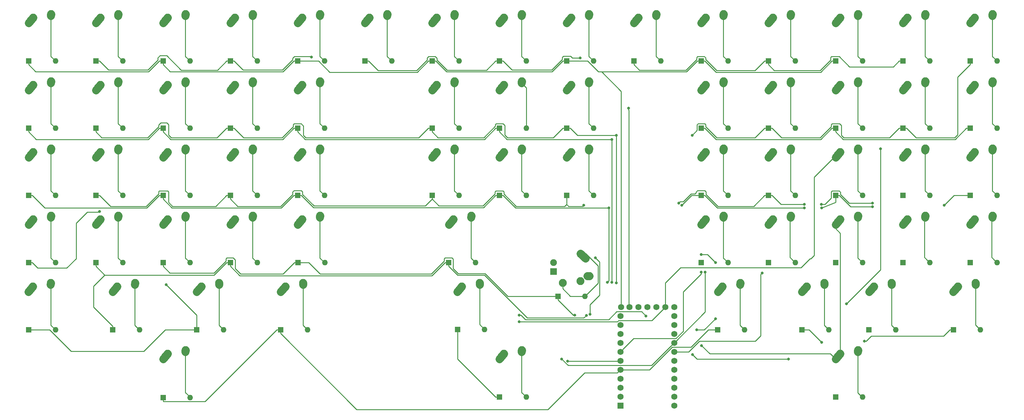
<source format=gbr>
G04 #@! TF.GenerationSoftware,KiCad,Pcbnew,(5.1.2)-2*
G04 #@! TF.CreationDate,2019-06-19T01:42:53+05:00*
G04 #@! TF.ProjectId,rudeboard,72756465-626f-4617-9264-2e6b69636164,1*
G04 #@! TF.SameCoordinates,Original*
G04 #@! TF.FileFunction,Copper,L2,Bot*
G04 #@! TF.FilePolarity,Positive*
%FSLAX46Y46*%
G04 Gerber Fmt 4.6, Leading zero omitted, Abs format (unit mm)*
G04 Created by KiCad (PCBNEW (5.1.2)-2) date 2019-06-19 01:42:53*
%MOMM*%
%LPD*%
G04 APERTURE LIST*
%ADD10C,2.250000*%
%ADD11C,2.250000*%
%ADD12C,1.905000*%
%ADD13R,1.905000X1.905000*%
%ADD14C,1.752600*%
%ADD15R,1.752600X1.752600*%
%ADD16O,1.600000X1.600000*%
%ADD17R,1.600000X1.600000*%
%ADD18C,0.800000*%
%ADD19C,0.250000*%
G04 APERTURE END LIST*
D10*
X342114500Y-142812000D03*
X341459501Y-143542000D03*
D11*
X340804500Y-144272000D02*
X342114502Y-142812000D01*
D10*
X347154500Y-141732000D03*
X347134500Y-142022000D03*
D11*
X347114500Y-142312000D02*
X347154500Y-141732000D01*
D10*
X275439500Y-142812000D03*
X274784501Y-143542000D03*
D11*
X274129500Y-144272000D02*
X275439502Y-142812000D01*
D10*
X280479500Y-141732000D03*
X280459500Y-142022000D03*
D11*
X280439500Y-142312000D02*
X280479500Y-141732000D01*
D10*
X151614500Y-142812000D03*
X150959501Y-143542000D03*
D11*
X150304500Y-144272000D02*
X151614502Y-142812000D01*
D10*
X156654500Y-141732000D03*
X156634500Y-142022000D03*
D11*
X156614500Y-142312000D02*
X156654500Y-141732000D01*
D10*
X103989500Y-142812000D03*
X103334501Y-143542000D03*
D11*
X102679500Y-144272000D02*
X103989502Y-142812000D01*
D10*
X109029500Y-141732000D03*
X109009500Y-142022000D03*
D11*
X108989500Y-142312000D02*
X109029500Y-141732000D01*
D10*
X201620750Y-142812000D03*
X200965751Y-143542000D03*
D11*
X200310750Y-144272000D02*
X201620752Y-142812000D01*
D10*
X206660750Y-141732000D03*
X206640750Y-142022000D03*
D11*
X206620750Y-142312000D02*
X206660750Y-141732000D01*
D10*
X318302000Y-142812000D03*
X317647001Y-143542000D03*
D11*
X316992000Y-144272000D02*
X318302002Y-142812000D01*
D10*
X323342000Y-141732000D03*
X323322000Y-142022000D03*
D11*
X323302000Y-142312000D02*
X323342000Y-141732000D01*
D10*
X80113500Y-142812000D03*
X79458501Y-143542000D03*
D11*
X78803500Y-144272000D02*
X80113502Y-142812000D01*
D10*
X85153500Y-141732000D03*
X85133500Y-142022000D03*
D11*
X85113500Y-142312000D02*
X85153500Y-141732000D01*
D10*
X230164000Y-141787000D03*
X235164000Y-141287000D03*
D12*
X227584000Y-136017000D03*
D13*
X227584000Y-138557000D03*
D10*
X236664000Y-134787000D03*
X235934004Y-134131995D03*
D11*
X235204000Y-133477000D02*
X236664008Y-134786990D01*
D10*
X237744000Y-139827000D03*
X237454000Y-139806999D03*
D11*
X237164000Y-139787000D02*
X237744000Y-139826998D01*
D10*
X199239500Y-123762000D03*
X198584501Y-124492000D03*
D11*
X197929500Y-125222000D02*
X199239502Y-123762000D01*
D10*
X204279500Y-122682000D03*
X204259500Y-122972000D03*
D11*
X204239500Y-123262000D02*
X204279500Y-122682000D01*
D14*
X249047000Y-148590000D03*
X251587000Y-148590000D03*
X254127000Y-148590000D03*
X256667000Y-148590000D03*
X259207000Y-148590000D03*
X261747000Y-176530000D03*
X246735600Y-148590000D03*
X261747000Y-173990000D03*
X261747000Y-171450000D03*
X261747000Y-168910000D03*
X261747000Y-166370000D03*
X261747000Y-163830000D03*
X261747000Y-161290000D03*
X261747000Y-158750000D03*
X261747000Y-156210000D03*
X261747000Y-153670000D03*
X261747000Y-151130000D03*
X261747000Y-148590000D03*
X246507000Y-151130000D03*
X246507000Y-153670000D03*
X246507000Y-156210000D03*
X246507000Y-158750000D03*
X246507000Y-161290000D03*
X246507000Y-163830000D03*
X246507000Y-166370000D03*
X246507000Y-168910000D03*
X246507000Y-171450000D03*
X246507000Y-173990000D03*
D15*
X246507000Y-176530000D03*
D10*
X213527000Y-66612000D03*
X212872001Y-67342000D03*
D11*
X212217000Y-68072000D02*
X213527002Y-66612000D01*
D10*
X218567000Y-65532000D03*
X218547000Y-65822000D03*
D11*
X218527000Y-66112000D02*
X218567000Y-65532000D01*
D10*
X308777000Y-161862000D03*
X308122001Y-162592000D03*
D11*
X307467000Y-163322000D02*
X308777002Y-161862000D01*
D10*
X313817000Y-160782000D03*
X313797000Y-161072000D03*
D11*
X313777000Y-161362000D02*
X313817000Y-160782000D01*
D10*
X213527000Y-161862000D03*
X212872001Y-162592000D03*
D11*
X212217000Y-163322000D02*
X213527002Y-161862000D01*
D10*
X218567000Y-160782000D03*
X218547000Y-161072000D03*
D11*
X218527000Y-161362000D02*
X218567000Y-160782000D01*
D10*
X118277000Y-161862000D03*
X117622001Y-162592000D03*
D11*
X116967000Y-163322000D02*
X118277002Y-161862000D01*
D10*
X123317000Y-160782000D03*
X123297000Y-161072000D03*
D11*
X123277000Y-161362000D02*
X123317000Y-160782000D01*
D10*
X299252000Y-142812000D03*
X298597001Y-143542000D03*
D11*
X297942000Y-144272000D02*
X299252002Y-142812000D01*
D10*
X304292000Y-141732000D03*
X304272000Y-142022000D03*
D11*
X304252000Y-142312000D02*
X304292000Y-141732000D01*
D10*
X127802000Y-142812000D03*
X127147001Y-143542000D03*
D11*
X126492000Y-144272000D02*
X127802002Y-142812000D01*
D10*
X132842000Y-141732000D03*
X132822000Y-142022000D03*
D11*
X132802000Y-142312000D02*
X132842000Y-141732000D01*
D10*
X346877000Y-123762000D03*
X346222001Y-124492000D03*
D11*
X345567000Y-125222000D02*
X346877002Y-123762000D01*
D10*
X351917000Y-122682000D03*
X351897000Y-122972000D03*
D11*
X351877000Y-123262000D02*
X351917000Y-122682000D01*
D10*
X327827000Y-123762000D03*
X327172001Y-124492000D03*
D11*
X326517000Y-125222000D02*
X327827002Y-123762000D01*
D10*
X332867000Y-122682000D03*
X332847000Y-122972000D03*
D11*
X332827000Y-123262000D02*
X332867000Y-122682000D01*
D10*
X308777000Y-123762000D03*
X308122001Y-124492000D03*
D11*
X307467000Y-125222000D02*
X308777002Y-123762000D01*
D10*
X313817000Y-122682000D03*
X313797000Y-122972000D03*
D11*
X313777000Y-123262000D02*
X313817000Y-122682000D01*
D10*
X289727000Y-123762000D03*
X289072001Y-124492000D03*
D11*
X288417000Y-125222000D02*
X289727002Y-123762000D01*
D10*
X294767000Y-122682000D03*
X294747000Y-122972000D03*
D11*
X294727000Y-123262000D02*
X294767000Y-122682000D01*
D10*
X270677000Y-123762000D03*
X270022001Y-124492000D03*
D11*
X269367000Y-125222000D02*
X270677002Y-123762000D01*
D10*
X275717000Y-122682000D03*
X275697000Y-122972000D03*
D11*
X275677000Y-123262000D02*
X275717000Y-122682000D01*
D10*
X156377000Y-123762000D03*
X155722001Y-124492000D03*
D11*
X155067000Y-125222000D02*
X156377002Y-123762000D01*
D10*
X161417000Y-122682000D03*
X161397000Y-122972000D03*
D11*
X161377000Y-123262000D02*
X161417000Y-122682000D01*
D10*
X137327000Y-123762000D03*
X136672001Y-124492000D03*
D11*
X136017000Y-125222000D02*
X137327002Y-123762000D01*
D10*
X142367000Y-122682000D03*
X142347000Y-122972000D03*
D11*
X142327000Y-123262000D02*
X142367000Y-122682000D01*
D10*
X118277000Y-123762000D03*
X117622001Y-124492000D03*
D11*
X116967000Y-125222000D02*
X118277002Y-123762000D01*
D10*
X123317000Y-122682000D03*
X123297000Y-122972000D03*
D11*
X123277000Y-123262000D02*
X123317000Y-122682000D01*
D10*
X99227000Y-123762000D03*
X98572001Y-124492000D03*
D11*
X97917000Y-125222000D02*
X99227002Y-123762000D01*
D10*
X104267000Y-122682000D03*
X104247000Y-122972000D03*
D11*
X104227000Y-123262000D02*
X104267000Y-122682000D01*
D10*
X80177000Y-123762000D03*
X79522001Y-124492000D03*
D11*
X78867000Y-125222000D02*
X80177002Y-123762000D01*
D10*
X85217000Y-122682000D03*
X85197000Y-122972000D03*
D11*
X85177000Y-123262000D02*
X85217000Y-122682000D01*
D10*
X346877000Y-104712000D03*
X346222001Y-105442000D03*
D11*
X345567000Y-106172000D02*
X346877002Y-104712000D01*
D10*
X351917000Y-103632000D03*
X351897000Y-103922000D03*
D11*
X351877000Y-104212000D02*
X351917000Y-103632000D01*
D10*
X327827000Y-104712000D03*
X327172001Y-105442000D03*
D11*
X326517000Y-106172000D02*
X327827002Y-104712000D01*
D10*
X332867000Y-103632000D03*
X332847000Y-103922000D03*
D11*
X332827000Y-104212000D02*
X332867000Y-103632000D01*
D10*
X308777000Y-104712000D03*
X308122001Y-105442000D03*
D11*
X307467000Y-106172000D02*
X308777002Y-104712000D01*
D10*
X313817000Y-103632000D03*
X313797000Y-103922000D03*
D11*
X313777000Y-104212000D02*
X313817000Y-103632000D01*
D10*
X289727000Y-104712000D03*
X289072001Y-105442000D03*
D11*
X288417000Y-106172000D02*
X289727002Y-104712000D01*
D10*
X294767000Y-103632000D03*
X294747000Y-103922000D03*
D11*
X294727000Y-104212000D02*
X294767000Y-103632000D01*
D10*
X270677000Y-104712000D03*
X270022001Y-105442000D03*
D11*
X269367000Y-106172000D02*
X270677002Y-104712000D01*
D10*
X275717000Y-103632000D03*
X275697000Y-103922000D03*
D11*
X275677000Y-104212000D02*
X275717000Y-103632000D01*
D10*
X232577000Y-104712000D03*
X231922001Y-105442000D03*
D11*
X231267000Y-106172000D02*
X232577002Y-104712000D01*
D10*
X237617000Y-103632000D03*
X237597000Y-103922000D03*
D11*
X237577000Y-104212000D02*
X237617000Y-103632000D01*
D10*
X213527000Y-104712000D03*
X212872001Y-105442000D03*
D11*
X212217000Y-106172000D02*
X213527002Y-104712000D01*
D10*
X218567000Y-103632000D03*
X218547000Y-103922000D03*
D11*
X218527000Y-104212000D02*
X218567000Y-103632000D01*
D10*
X194477000Y-104712000D03*
X193822001Y-105442000D03*
D11*
X193167000Y-106172000D02*
X194477002Y-104712000D01*
D10*
X199517000Y-103632000D03*
X199497000Y-103922000D03*
D11*
X199477000Y-104212000D02*
X199517000Y-103632000D01*
D10*
X156377000Y-104712000D03*
X155722001Y-105442000D03*
D11*
X155067000Y-106172000D02*
X156377002Y-104712000D01*
D10*
X161417000Y-103632000D03*
X161397000Y-103922000D03*
D11*
X161377000Y-104212000D02*
X161417000Y-103632000D01*
D10*
X137327000Y-104712000D03*
X136672001Y-105442000D03*
D11*
X136017000Y-106172000D02*
X137327002Y-104712000D01*
D10*
X142367000Y-103632000D03*
X142347000Y-103922000D03*
D11*
X142327000Y-104212000D02*
X142367000Y-103632000D01*
D10*
X118277000Y-104712000D03*
X117622001Y-105442000D03*
D11*
X116967000Y-106172000D02*
X118277002Y-104712000D01*
D10*
X123317000Y-103632000D03*
X123297000Y-103922000D03*
D11*
X123277000Y-104212000D02*
X123317000Y-103632000D01*
D10*
X99227000Y-104712000D03*
X98572001Y-105442000D03*
D11*
X97917000Y-106172000D02*
X99227002Y-104712000D01*
D10*
X104267000Y-103632000D03*
X104247000Y-103922000D03*
D11*
X104227000Y-104212000D02*
X104267000Y-103632000D01*
D10*
X80177000Y-104712000D03*
X79522001Y-105442000D03*
D11*
X78867000Y-106172000D02*
X80177002Y-104712000D01*
D10*
X85217000Y-103632000D03*
X85197000Y-103922000D03*
D11*
X85177000Y-104212000D02*
X85217000Y-103632000D01*
D10*
X346877000Y-85662000D03*
X346222001Y-86392000D03*
D11*
X345567000Y-87122000D02*
X346877002Y-85662000D01*
D10*
X351917000Y-84582000D03*
X351897000Y-84872000D03*
D11*
X351877000Y-85162000D02*
X351917000Y-84582000D01*
D10*
X327827000Y-85662000D03*
X327172001Y-86392000D03*
D11*
X326517000Y-87122000D02*
X327827002Y-85662000D01*
D10*
X332867000Y-84582000D03*
X332847000Y-84872000D03*
D11*
X332827000Y-85162000D02*
X332867000Y-84582000D01*
D10*
X308777000Y-85662000D03*
X308122001Y-86392000D03*
D11*
X307467000Y-87122000D02*
X308777002Y-85662000D01*
D10*
X313817000Y-84582000D03*
X313797000Y-84872000D03*
D11*
X313777000Y-85162000D02*
X313817000Y-84582000D01*
D10*
X289727000Y-85662000D03*
X289072001Y-86392000D03*
D11*
X288417000Y-87122000D02*
X289727002Y-85662000D01*
D10*
X294767000Y-84582000D03*
X294747000Y-84872000D03*
D11*
X294727000Y-85162000D02*
X294767000Y-84582000D01*
D10*
X270677000Y-85662000D03*
X270022001Y-86392000D03*
D11*
X269367000Y-87122000D02*
X270677002Y-85662000D01*
D10*
X275717000Y-84582000D03*
X275697000Y-84872000D03*
D11*
X275677000Y-85162000D02*
X275717000Y-84582000D01*
D10*
X232577000Y-85662000D03*
X231922001Y-86392000D03*
D11*
X231267000Y-87122000D02*
X232577002Y-85662000D01*
D10*
X237617000Y-84582000D03*
X237597000Y-84872000D03*
D11*
X237577000Y-85162000D02*
X237617000Y-84582000D01*
D10*
X213527000Y-85662000D03*
X212872001Y-86392000D03*
D11*
X212217000Y-87122000D02*
X213527002Y-85662000D01*
D10*
X218567000Y-84582000D03*
X218547000Y-84872000D03*
D11*
X218527000Y-85162000D02*
X218567000Y-84582000D01*
D10*
X194477000Y-85662000D03*
X193822001Y-86392000D03*
D11*
X193167000Y-87122000D02*
X194477002Y-85662000D01*
D10*
X199517000Y-84582000D03*
X199497000Y-84872000D03*
D11*
X199477000Y-85162000D02*
X199517000Y-84582000D01*
D10*
X156377000Y-85662000D03*
X155722001Y-86392000D03*
D11*
X155067000Y-87122000D02*
X156377002Y-85662000D01*
D10*
X161417000Y-84582000D03*
X161397000Y-84872000D03*
D11*
X161377000Y-85162000D02*
X161417000Y-84582000D01*
D10*
X137327000Y-85662000D03*
X136672001Y-86392000D03*
D11*
X136017000Y-87122000D02*
X137327002Y-85662000D01*
D10*
X142367000Y-84582000D03*
X142347000Y-84872000D03*
D11*
X142327000Y-85162000D02*
X142367000Y-84582000D01*
D10*
X118277000Y-85662000D03*
X117622001Y-86392000D03*
D11*
X116967000Y-87122000D02*
X118277002Y-85662000D01*
D10*
X123317000Y-84582000D03*
X123297000Y-84872000D03*
D11*
X123277000Y-85162000D02*
X123317000Y-84582000D01*
D10*
X99227000Y-85662000D03*
X98572001Y-86392000D03*
D11*
X97917000Y-87122000D02*
X99227002Y-85662000D01*
D10*
X104267000Y-84582000D03*
X104247000Y-84872000D03*
D11*
X104227000Y-85162000D02*
X104267000Y-84582000D01*
D10*
X80177000Y-85662000D03*
X79522001Y-86392000D03*
D11*
X78867000Y-87122000D02*
X80177002Y-85662000D01*
D10*
X85217000Y-84582000D03*
X85197000Y-84872000D03*
D11*
X85177000Y-85162000D02*
X85217000Y-84582000D01*
D10*
X346877000Y-66612000D03*
X346222001Y-67342000D03*
D11*
X345567000Y-68072000D02*
X346877002Y-66612000D01*
D10*
X351917000Y-65532000D03*
X351897000Y-65822000D03*
D11*
X351877000Y-66112000D02*
X351917000Y-65532000D01*
D10*
X327827000Y-66612000D03*
X327172001Y-67342000D03*
D11*
X326517000Y-68072000D02*
X327827002Y-66612000D01*
D10*
X332867000Y-65532000D03*
X332847000Y-65822000D03*
D11*
X332827000Y-66112000D02*
X332867000Y-65532000D01*
D10*
X308777000Y-66612000D03*
X308122001Y-67342000D03*
D11*
X307467000Y-68072000D02*
X308777002Y-66612000D01*
D10*
X313817000Y-65532000D03*
X313797000Y-65822000D03*
D11*
X313777000Y-66112000D02*
X313817000Y-65532000D01*
D10*
X289727000Y-66612000D03*
X289072001Y-67342000D03*
D11*
X288417000Y-68072000D02*
X289727002Y-66612000D01*
D10*
X294767000Y-65532000D03*
X294747000Y-65822000D03*
D11*
X294727000Y-66112000D02*
X294767000Y-65532000D01*
D10*
X270677000Y-66612000D03*
X270022001Y-67342000D03*
D11*
X269367000Y-68072000D02*
X270677002Y-66612000D01*
D10*
X275717000Y-65532000D03*
X275697000Y-65822000D03*
D11*
X275677000Y-66112000D02*
X275717000Y-65532000D01*
D10*
X251627000Y-66612000D03*
X250972001Y-67342000D03*
D11*
X250317000Y-68072000D02*
X251627002Y-66612000D01*
D10*
X256667000Y-65532000D03*
X256647000Y-65822000D03*
D11*
X256627000Y-66112000D02*
X256667000Y-65532000D01*
D10*
X232577000Y-66612000D03*
X231922001Y-67342000D03*
D11*
X231267000Y-68072000D02*
X232577002Y-66612000D01*
D10*
X237617000Y-65532000D03*
X237597000Y-65822000D03*
D11*
X237577000Y-66112000D02*
X237617000Y-65532000D01*
D10*
X194477000Y-66612000D03*
X193822001Y-67342000D03*
D11*
X193167000Y-68072000D02*
X194477002Y-66612000D01*
D10*
X199517000Y-65532000D03*
X199497000Y-65822000D03*
D11*
X199477000Y-66112000D02*
X199517000Y-65532000D01*
D10*
X175427000Y-66612000D03*
X174772001Y-67342000D03*
D11*
X174117000Y-68072000D02*
X175427002Y-66612000D01*
D10*
X180467000Y-65532000D03*
X180447000Y-65822000D03*
D11*
X180427000Y-66112000D02*
X180467000Y-65532000D01*
D10*
X156377000Y-66612000D03*
X155722001Y-67342000D03*
D11*
X155067000Y-68072000D02*
X156377002Y-66612000D01*
D10*
X161417000Y-65532000D03*
X161397000Y-65822000D03*
D11*
X161377000Y-66112000D02*
X161417000Y-65532000D01*
D10*
X137327000Y-66612000D03*
X136672001Y-67342000D03*
D11*
X136017000Y-68072000D02*
X137327002Y-66612000D01*
D10*
X142367000Y-65532000D03*
X142347000Y-65822000D03*
D11*
X142327000Y-66112000D02*
X142367000Y-65532000D01*
D10*
X118277000Y-66612000D03*
X117622001Y-67342000D03*
D11*
X116967000Y-68072000D02*
X118277002Y-66612000D01*
D10*
X123317000Y-65532000D03*
X123297000Y-65822000D03*
D11*
X123277000Y-66112000D02*
X123317000Y-65532000D01*
D10*
X99227000Y-66612000D03*
X98572001Y-67342000D03*
D11*
X97917000Y-68072000D02*
X99227002Y-66612000D01*
D10*
X104267000Y-65532000D03*
X104247000Y-65822000D03*
D11*
X104227000Y-66112000D02*
X104267000Y-65532000D01*
D10*
X80177000Y-66612000D03*
X79522001Y-67342000D03*
D11*
X78867000Y-68072000D02*
X80177002Y-66612000D01*
D10*
X85217000Y-65532000D03*
X85197000Y-65822000D03*
D11*
X85177000Y-66112000D02*
X85217000Y-65532000D01*
D16*
X315087000Y-174117000D03*
D17*
X307467000Y-174117000D03*
D16*
X219837000Y-174117000D03*
D17*
X212217000Y-174117000D03*
D16*
X124587000Y-174244000D03*
D17*
X116967000Y-174244000D03*
D16*
X348488000Y-155067000D03*
D17*
X340868000Y-155067000D03*
D16*
X324548500Y-155067000D03*
D17*
X316928500Y-155067000D03*
D16*
X305562000Y-155067000D03*
D17*
X297942000Y-155067000D03*
D16*
X281686000Y-155067000D03*
D17*
X274066000Y-155067000D03*
D16*
X208026000Y-154940000D03*
D17*
X200406000Y-154940000D03*
D16*
X157861000Y-155067000D03*
D17*
X150241000Y-155067000D03*
D16*
X134112000Y-155067000D03*
D17*
X126492000Y-155067000D03*
D16*
X110299500Y-155067000D03*
D17*
X102679500Y-155067000D03*
D16*
X86487000Y-155067000D03*
D17*
X78867000Y-155067000D03*
D16*
X353187000Y-136017000D03*
D17*
X345567000Y-136017000D03*
D16*
X334137000Y-136017000D03*
D17*
X326517000Y-136017000D03*
D16*
X315087000Y-136017000D03*
D17*
X307467000Y-136017000D03*
D16*
X296037000Y-136017000D03*
D17*
X288417000Y-136017000D03*
D16*
X276987000Y-136017000D03*
D17*
X269367000Y-136017000D03*
D16*
X236474000Y-145542000D03*
D17*
X228854000Y-145542000D03*
D16*
X205486000Y-136017000D03*
D17*
X197866000Y-136017000D03*
D16*
X162814000Y-136017000D03*
D17*
X155194000Y-136017000D03*
D16*
X143637000Y-136017000D03*
D17*
X136017000Y-136017000D03*
D16*
X124587000Y-136017000D03*
D17*
X116967000Y-136017000D03*
D16*
X105537000Y-136017000D03*
D17*
X97917000Y-136017000D03*
D16*
X86487000Y-136017000D03*
D17*
X78867000Y-136017000D03*
D16*
X353187000Y-116967000D03*
D17*
X345567000Y-116967000D03*
D16*
X334137000Y-116967000D03*
D17*
X326517000Y-116967000D03*
D16*
X315087000Y-116967000D03*
D17*
X307467000Y-116967000D03*
D16*
X296037000Y-116967000D03*
D17*
X288417000Y-116967000D03*
D16*
X276987000Y-116967000D03*
D17*
X269367000Y-116967000D03*
D16*
X238887000Y-116967000D03*
D17*
X231267000Y-116967000D03*
D16*
X219837000Y-116967000D03*
D17*
X212217000Y-116967000D03*
D16*
X200787000Y-116967000D03*
D17*
X193167000Y-116967000D03*
D16*
X162687000Y-116967000D03*
D17*
X155067000Y-116967000D03*
D16*
X143637000Y-116967000D03*
D17*
X136017000Y-116967000D03*
D16*
X124587000Y-116967000D03*
D17*
X116967000Y-116967000D03*
D16*
X105537000Y-116967000D03*
D17*
X97917000Y-116967000D03*
D16*
X86487000Y-116967000D03*
D17*
X78867000Y-116967000D03*
D16*
X353187000Y-97917000D03*
D17*
X345567000Y-97917000D03*
D16*
X334137000Y-97917000D03*
D17*
X326517000Y-97917000D03*
D16*
X315087000Y-97917000D03*
D17*
X307467000Y-97917000D03*
D16*
X296037000Y-97917000D03*
D17*
X288417000Y-97917000D03*
D16*
X276987000Y-97917000D03*
D17*
X269367000Y-97917000D03*
D16*
X238887000Y-97917000D03*
D17*
X231267000Y-97917000D03*
D16*
X219837000Y-97917000D03*
D17*
X212217000Y-97917000D03*
D16*
X200787000Y-97917000D03*
D17*
X193167000Y-97917000D03*
D16*
X162687000Y-97917000D03*
D17*
X155067000Y-97917000D03*
D16*
X143637000Y-97917000D03*
D17*
X136017000Y-97917000D03*
D16*
X124587000Y-97917000D03*
D17*
X116967000Y-97917000D03*
D16*
X105537000Y-97917000D03*
D17*
X97917000Y-97917000D03*
D16*
X86487000Y-97917000D03*
D17*
X78867000Y-97917000D03*
D16*
X353187000Y-78867000D03*
D17*
X345567000Y-78867000D03*
D16*
X334137000Y-78867000D03*
D17*
X326517000Y-78867000D03*
D16*
X315087000Y-78867000D03*
D17*
X307467000Y-78867000D03*
D16*
X296037000Y-78867000D03*
D17*
X288417000Y-78867000D03*
D16*
X276987000Y-78867000D03*
D17*
X269367000Y-78867000D03*
D16*
X257937000Y-78867000D03*
D17*
X250317000Y-78867000D03*
D16*
X238887000Y-78867000D03*
D17*
X231267000Y-78867000D03*
D16*
X219837000Y-78867000D03*
D17*
X212217000Y-78867000D03*
D16*
X200787000Y-78867000D03*
D17*
X193167000Y-78867000D03*
D16*
X181737000Y-78867000D03*
D17*
X174117000Y-78867000D03*
D16*
X162687000Y-78867000D03*
D17*
X155067000Y-78867000D03*
D16*
X143637000Y-78867000D03*
D17*
X136017000Y-78867000D03*
D16*
X124587000Y-78867000D03*
D17*
X116967000Y-78867000D03*
D16*
X105537000Y-78867000D03*
D17*
X97917000Y-78867000D03*
D16*
X86487000Y-78867000D03*
D17*
X78867000Y-78867000D03*
D18*
X159004000Y-77724000D03*
X235077000Y-77978000D03*
X248793000Y-92202000D03*
X266827000Y-99949000D03*
X245364000Y-99949000D03*
X245364000Y-141732000D03*
X244094000Y-101092000D03*
X244094000Y-141605000D03*
X243205000Y-120523000D03*
X263906000Y-119761000D03*
X298577000Y-120523000D03*
X317881000Y-120142000D03*
X338201000Y-119761000D03*
X303530000Y-120523000D03*
X242824000Y-141605000D03*
X98933000Y-121539000D03*
X236093000Y-119798000D03*
X239395000Y-134620000D03*
X237871000Y-150622000D03*
X263017000Y-119126000D03*
X298577000Y-119507000D03*
X303403000Y-119507000D03*
X317881000Y-119126000D03*
X236855000Y-151003000D03*
X269367000Y-138684000D03*
X269367000Y-133731000D03*
X273431000Y-136017000D03*
X117856000Y-142240000D03*
X233553000Y-150876000D03*
X286639000Y-138938000D03*
X231525653Y-163952347D03*
X303530000Y-158623000D03*
X315595000Y-158242000D03*
X266954000Y-162052000D03*
X294132000Y-163322000D03*
X270510000Y-138684000D03*
X229870000Y-163322000D03*
X269494000Y-159512000D03*
X217805000Y-152781000D03*
X217805000Y-150876000D03*
X253746000Y-151130000D03*
X310515000Y-147701000D03*
X273431000Y-151892000D03*
X268097000Y-155067000D03*
X320167000Y-103759000D03*
D19*
X85177000Y-77557000D02*
X86487000Y-78867000D01*
X85177000Y-66112000D02*
X85177000Y-77557000D01*
X78867000Y-79917000D02*
X80865000Y-81915000D01*
X78867000Y-78867000D02*
X78867000Y-79917000D01*
X115917000Y-78867000D02*
X116967000Y-78867000D01*
X112869000Y-81915000D02*
X115917000Y-78867000D01*
X80865000Y-81915000D02*
X112869000Y-81915000D01*
X116967000Y-79917000D02*
X118965000Y-81915000D01*
X116967000Y-78867000D02*
X116967000Y-79917000D01*
X154017000Y-78867000D02*
X155067000Y-78867000D01*
X150969000Y-81915000D02*
X154017000Y-78867000D01*
X118965000Y-81915000D02*
X150969000Y-81915000D01*
X161021998Y-78867000D02*
X164196998Y-82042000D01*
X155067000Y-78867000D02*
X161021998Y-78867000D01*
X192117000Y-78867000D02*
X193167000Y-78867000D01*
X188942000Y-82042000D02*
X192117000Y-78867000D01*
X164196998Y-82042000D02*
X188942000Y-82042000D01*
X194217000Y-78867000D02*
X197265000Y-81915000D01*
X193167000Y-78867000D02*
X194217000Y-78867000D01*
X230217000Y-78867000D02*
X231267000Y-78867000D01*
X227169000Y-81915000D02*
X230217000Y-78867000D01*
X197265000Y-81915000D02*
X227169000Y-81915000D01*
X237221998Y-78867000D02*
X240269998Y-81915000D01*
X231267000Y-78867000D02*
X237221998Y-78867000D01*
X268317000Y-78867000D02*
X269367000Y-78867000D01*
X265269000Y-81915000D02*
X268317000Y-78867000D01*
X240269998Y-81915000D02*
X265269000Y-81915000D01*
X270417000Y-78867000D02*
X273592000Y-82042000D01*
X269367000Y-78867000D02*
X270417000Y-78867000D01*
X306417000Y-78867000D02*
X307467000Y-78867000D01*
X303242000Y-82042000D02*
X306417000Y-78867000D01*
X273592000Y-82042000D02*
X303242000Y-82042000D01*
X240269998Y-81915000D02*
X241173000Y-81915000D01*
X246735600Y-87477600D02*
X246735600Y-148590000D01*
X241173000Y-81915000D02*
X246735600Y-87477600D01*
X104227000Y-77557000D02*
X105537000Y-78867000D01*
X104227000Y-66112000D02*
X104227000Y-77557000D01*
X134967000Y-78867000D02*
X136017000Y-78867000D01*
X132369010Y-81464990D02*
X134967000Y-78867000D01*
X122104990Y-81464990D02*
X132369010Y-81464990D01*
X117983000Y-77343000D02*
X122104990Y-81464990D01*
X116078000Y-77343000D02*
X117983000Y-77343000D01*
X97917000Y-78867000D02*
X98967000Y-78867000D01*
X98967000Y-78867000D02*
X101507000Y-81407000D01*
X101507000Y-81407000D02*
X112649000Y-81407000D01*
X112649000Y-81407000D02*
X115443000Y-78613000D01*
X115443000Y-78613000D02*
X115443000Y-77978000D01*
X115443000Y-77978000D02*
X116078000Y-77343000D01*
X137067000Y-78867000D02*
X139607000Y-81407000D01*
X136017000Y-78867000D02*
X137067000Y-78867000D01*
X139607000Y-81407000D02*
X150749000Y-81407000D01*
X150749000Y-81407000D02*
X153670000Y-78486000D01*
X153670000Y-78078998D02*
X154151998Y-77597000D01*
X153670000Y-78486000D02*
X153670000Y-78078998D01*
X154151998Y-77597000D02*
X158877000Y-77597000D01*
X158877000Y-77597000D02*
X159004000Y-77724000D01*
X211167000Y-78867000D02*
X212217000Y-78867000D01*
X208569010Y-81464990D02*
X211167000Y-78867000D01*
X197451400Y-81464990D02*
X208569010Y-81464990D01*
X194564000Y-78577590D02*
X197451400Y-81464990D01*
X194564000Y-78078998D02*
X194564000Y-78577590D01*
X194082002Y-77597000D02*
X194564000Y-78078998D01*
X192151000Y-77597000D02*
X194082002Y-77597000D01*
X174117000Y-78867000D02*
X175167000Y-78867000D01*
X175167000Y-78867000D02*
X177834000Y-81534000D01*
X188813590Y-81534000D02*
X191770000Y-78577590D01*
X177834000Y-81534000D02*
X188813590Y-81534000D01*
X191770000Y-78577590D02*
X191770000Y-77978000D01*
X191770000Y-77978000D02*
X192151000Y-77597000D01*
X215807000Y-81407000D02*
X227040590Y-81407000D01*
X212217000Y-78867000D02*
X213267000Y-78867000D01*
X213267000Y-78867000D02*
X215807000Y-81407000D01*
X227040590Y-81407000D02*
X229997000Y-78450590D01*
X229997000Y-78450590D02*
X229997000Y-77851000D01*
X229997000Y-77851000D02*
X230378000Y-77470000D01*
X230378000Y-77470000D02*
X232410000Y-77470000D01*
X232410000Y-77470000D02*
X232918000Y-77978000D01*
X232918000Y-77978000D02*
X235077000Y-77978000D01*
X250317000Y-79917000D02*
X251864990Y-81464990D01*
X250317000Y-78867000D02*
X250317000Y-79917000D01*
X251864990Y-81464990D02*
X265082600Y-81464990D01*
X265082600Y-81464990D02*
X268097000Y-78450590D01*
X268097000Y-78450590D02*
X268097000Y-77851000D01*
X268097000Y-77851000D02*
X268351000Y-77597000D01*
X270282002Y-77597000D02*
X270637000Y-77951998D01*
X268351000Y-77597000D02*
X270282002Y-77597000D01*
X270637000Y-77951998D02*
X270637000Y-78450590D01*
X270637000Y-78450590D02*
X273778400Y-81591990D01*
X287367000Y-78867000D02*
X288417000Y-78867000D01*
X284642010Y-81591990D02*
X287367000Y-78867000D01*
X273778400Y-81591990D02*
X284642010Y-81591990D01*
X288417000Y-79917000D02*
X290091990Y-81591990D01*
X288417000Y-78867000D02*
X288417000Y-79917000D01*
X303055600Y-81591990D02*
X306070000Y-78577590D01*
X290091990Y-81591990D02*
X303055600Y-81591990D01*
X306070000Y-78577590D02*
X306070000Y-77851000D01*
X306070000Y-77851000D02*
X306324000Y-77597000D01*
X306324000Y-77597000D02*
X308483000Y-77597000D01*
X308483000Y-77597000D02*
X311404000Y-80518000D01*
X325467000Y-78867000D02*
X326517000Y-78867000D01*
X323816000Y-80518000D02*
X325467000Y-78867000D01*
X311404000Y-80518000D02*
X323816000Y-80518000D01*
X248920000Y-148463000D02*
X249047000Y-148590000D01*
X248920000Y-92894685D02*
X248920000Y-148463000D01*
X248793000Y-92767685D02*
X248920000Y-92894685D01*
X248793000Y-92202000D02*
X248793000Y-92767685D01*
X123277000Y-77557000D02*
X124587000Y-78867000D01*
X123277000Y-66112000D02*
X123277000Y-77557000D01*
X142327000Y-77557000D02*
X143637000Y-78867000D01*
X142327000Y-66112000D02*
X142327000Y-77557000D01*
X161377000Y-77557000D02*
X162687000Y-78867000D01*
X161377000Y-66112000D02*
X161377000Y-77557000D01*
X180427000Y-77557000D02*
X181737000Y-78867000D01*
X180427000Y-66112000D02*
X180427000Y-77557000D01*
X199477000Y-77557000D02*
X200787000Y-78867000D01*
X199477000Y-66112000D02*
X199477000Y-77557000D01*
X218527000Y-77557000D02*
X219837000Y-78867000D01*
X218527000Y-66112000D02*
X218527000Y-77557000D01*
X237577000Y-77557000D02*
X238887000Y-78867000D01*
X237577000Y-66112000D02*
X237577000Y-77557000D01*
X256627000Y-77557000D02*
X257937000Y-78867000D01*
X256627000Y-66112000D02*
X256627000Y-77557000D01*
X275677000Y-77557000D02*
X276987000Y-78867000D01*
X275677000Y-66112000D02*
X275677000Y-77557000D01*
X294727000Y-77557000D02*
X296037000Y-78867000D01*
X294727000Y-66112000D02*
X294727000Y-77557000D01*
X313777000Y-77557000D02*
X315087000Y-78867000D01*
X313777000Y-66112000D02*
X313777000Y-77557000D01*
X332827000Y-77557000D02*
X334137000Y-78867000D01*
X332827000Y-66112000D02*
X332827000Y-77557000D01*
X351877000Y-77557000D02*
X353187000Y-78867000D01*
X351877000Y-66112000D02*
X351877000Y-77557000D01*
X97917000Y-98967000D02*
X99591990Y-100641990D01*
X97917000Y-97917000D02*
X97917000Y-98967000D01*
X99591990Y-100641990D02*
X112555600Y-100641990D01*
X112555600Y-100641990D02*
X115697000Y-97500590D01*
X115697000Y-97001998D02*
X116305998Y-96393000D01*
X115697000Y-97500590D02*
X115697000Y-97001998D01*
X116305998Y-96393000D02*
X117983000Y-96393000D01*
X117983000Y-96393000D02*
X118491000Y-96901000D01*
X118491000Y-96901000D02*
X118491000Y-99822000D01*
X118491000Y-99822000D02*
X119310990Y-100641990D01*
X134967000Y-97917000D02*
X136017000Y-97917000D01*
X132242010Y-100641990D02*
X134967000Y-97917000D01*
X119310990Y-100641990D02*
X132242010Y-100641990D01*
X137067000Y-97917000D02*
X139791990Y-100641990D01*
X136017000Y-97917000D02*
X137067000Y-97917000D01*
X139791990Y-100641990D02*
X150655600Y-100641990D01*
X150655600Y-100641990D02*
X153797000Y-97500590D01*
X153797000Y-97500590D02*
X153797000Y-96901000D01*
X153797000Y-96901000D02*
X154051000Y-96647000D01*
X154051000Y-96647000D02*
X156083000Y-96647000D01*
X156718000Y-97282000D02*
X156718000Y-99949000D01*
X156083000Y-96647000D02*
X156718000Y-97282000D01*
X156718000Y-99949000D02*
X157410990Y-100641990D01*
X192117000Y-97917000D02*
X193167000Y-97917000D01*
X189392010Y-100641990D02*
X192117000Y-97917000D01*
X157410990Y-100641990D02*
X189392010Y-100641990D01*
X193167000Y-98967000D02*
X194841990Y-100641990D01*
X193167000Y-97917000D02*
X193167000Y-98967000D01*
X194841990Y-100641990D02*
X207805600Y-100641990D01*
X211091999Y-97355591D02*
X211091999Y-96856999D01*
X207805600Y-100641990D02*
X211091999Y-97355591D01*
X211091999Y-96856999D02*
X211301998Y-96647000D01*
X211301998Y-96647000D02*
X213233000Y-96647000D01*
X213741000Y-97155000D02*
X213741000Y-99854590D01*
X213233000Y-96647000D02*
X213741000Y-97155000D01*
X213741000Y-99854590D02*
X214528400Y-100641990D01*
X230217000Y-97917000D02*
X231267000Y-97917000D01*
X227492010Y-100641990D02*
X230217000Y-97917000D01*
X214528400Y-100641990D02*
X227492010Y-100641990D01*
X268241999Y-98534001D02*
X268241999Y-96918999D01*
X266827000Y-99949000D02*
X268241999Y-98534001D01*
X268241999Y-96918999D02*
X268513998Y-96647000D01*
X268513998Y-96647000D02*
X270383000Y-96647000D01*
X270637000Y-96901000D02*
X270637000Y-97500590D01*
X270383000Y-96647000D02*
X270637000Y-96901000D01*
X270637000Y-97500590D02*
X273778400Y-100641990D01*
X287367000Y-97917000D02*
X288417000Y-97917000D01*
X284642010Y-100641990D02*
X287367000Y-97917000D01*
X273778400Y-100641990D02*
X284642010Y-100641990D01*
X309118000Y-99981590D02*
X309778400Y-100641990D01*
X308610000Y-96647000D02*
X309118000Y-97155000D01*
X309778400Y-100641990D02*
X322742010Y-100641990D01*
X306451000Y-96647000D02*
X308610000Y-96647000D01*
X288417000Y-97917000D02*
X289467000Y-97917000D01*
X322742010Y-100641990D02*
X325467000Y-97917000D01*
X289467000Y-97917000D02*
X292191990Y-100641990D01*
X292191990Y-100641990D02*
X303055600Y-100641990D01*
X303055600Y-100641990D02*
X306197000Y-97500590D01*
X309118000Y-97155000D02*
X309118000Y-99981590D01*
X306197000Y-97500590D02*
X306197000Y-96901000D01*
X325467000Y-97917000D02*
X326517000Y-97917000D01*
X306197000Y-96901000D02*
X306451000Y-96647000D01*
X345567000Y-79917000D02*
X342011000Y-83473000D01*
X345567000Y-78867000D02*
X345567000Y-79917000D01*
X342011000Y-83473000D02*
X342011000Y-99786590D01*
X342011000Y-99786590D02*
X341155600Y-100641990D01*
X327567000Y-97917000D02*
X326517000Y-97917000D01*
X330291990Y-100641990D02*
X327567000Y-97917000D01*
X341155600Y-100641990D02*
X330291990Y-100641990D01*
X232317000Y-97917000D02*
X231267000Y-97917000D01*
X234349000Y-99949000D02*
X232317000Y-97917000D01*
X245364000Y-99949000D02*
X234349000Y-99949000D01*
X245364000Y-141732000D02*
X245364000Y-100514685D01*
X245364000Y-100514685D02*
X245364000Y-99949000D01*
X85177000Y-85162000D02*
X85177000Y-96607000D01*
X85177000Y-96607000D02*
X86487000Y-97917000D01*
X78867000Y-98967000D02*
X80992000Y-101092000D01*
X78867000Y-97917000D02*
X78867000Y-98967000D01*
X115917000Y-97917000D02*
X116967000Y-97917000D01*
X112742000Y-101092000D02*
X115917000Y-97917000D01*
X80992000Y-101092000D02*
X112742000Y-101092000D01*
X116967000Y-98967000D02*
X119092000Y-101092000D01*
X116967000Y-97917000D02*
X116967000Y-98967000D01*
X154017000Y-97917000D02*
X155067000Y-97917000D01*
X150842000Y-101092000D02*
X154017000Y-97917000D01*
X119092000Y-101092000D02*
X150842000Y-101092000D01*
X155067000Y-98967000D02*
X157192000Y-101092000D01*
X155067000Y-97917000D02*
X155067000Y-98967000D01*
X211167000Y-97917000D02*
X212217000Y-97917000D01*
X207992000Y-101092000D02*
X211167000Y-97917000D01*
X157192000Y-101092000D02*
X207992000Y-101092000D01*
X270417000Y-97917000D02*
X273592000Y-101092000D01*
X269367000Y-97917000D02*
X270417000Y-97917000D01*
X306417000Y-97917000D02*
X307467000Y-97917000D01*
X303242000Y-101092000D02*
X306417000Y-97917000D01*
X273592000Y-101092000D02*
X303242000Y-101092000D01*
X307467000Y-98967000D02*
X309592000Y-101092000D01*
X307467000Y-97917000D02*
X307467000Y-98967000D01*
X344517000Y-97917000D02*
X345567000Y-97917000D01*
X341342000Y-101092000D02*
X344517000Y-97917000D01*
X309592000Y-101092000D02*
X341342000Y-101092000D01*
X212217000Y-98967000D02*
X212217000Y-97917000D01*
X214342000Y-101092000D02*
X212217000Y-98967000D01*
X244094000Y-101092000D02*
X214342000Y-101092000D01*
X244094000Y-101092000D02*
X244094000Y-141605000D01*
X104227000Y-85162000D02*
X104227000Y-96607000D01*
X104227000Y-96607000D02*
X105537000Y-97917000D01*
X123277000Y-85162000D02*
X123277000Y-96607000D01*
X123277000Y-96607000D02*
X124587000Y-97917000D01*
X142327000Y-85162000D02*
X142327000Y-96607000D01*
X142327000Y-96607000D02*
X143637000Y-97917000D01*
X142327000Y-96607000D02*
X143637000Y-97917000D01*
X161377000Y-85162000D02*
X161377000Y-96607000D01*
X161377000Y-96607000D02*
X162687000Y-97917000D01*
X199477000Y-85162000D02*
X199477000Y-96607000D01*
X199477000Y-96607000D02*
X200787000Y-97917000D01*
X219837000Y-86472000D02*
X219837000Y-97917000D01*
X218527000Y-85162000D02*
X219837000Y-86472000D01*
X237577000Y-85162000D02*
X237577000Y-96607000D01*
X237577000Y-96607000D02*
X238887000Y-97917000D01*
X275677000Y-96607000D02*
X276987000Y-97917000D01*
X275677000Y-85162000D02*
X275677000Y-96607000D01*
X294727000Y-96607000D02*
X296037000Y-97917000D01*
X294727000Y-85162000D02*
X294727000Y-96607000D01*
X313777000Y-96607000D02*
X315087000Y-97917000D01*
X313777000Y-85162000D02*
X313777000Y-96607000D01*
X332827000Y-96607000D02*
X334137000Y-97917000D01*
X332827000Y-85162000D02*
X332827000Y-96607000D01*
X351877000Y-96607000D02*
X353187000Y-97917000D01*
X351877000Y-85162000D02*
X351877000Y-96607000D01*
X85177000Y-115657000D02*
X86487000Y-116967000D01*
X85177000Y-104212000D02*
X85177000Y-115657000D01*
X79917000Y-116967000D02*
X83473000Y-120523000D01*
X78867000Y-116967000D02*
X79917000Y-116967000D01*
X115917000Y-116967000D02*
X116967000Y-116967000D01*
X112361000Y-120523000D02*
X115917000Y-116967000D01*
X83473000Y-120523000D02*
X112361000Y-120523000D01*
X116967000Y-118017000D02*
X119473000Y-120523000D01*
X116967000Y-116967000D02*
X116967000Y-118017000D01*
X154017000Y-116967000D02*
X155067000Y-116967000D01*
X150461000Y-120523000D02*
X154017000Y-116967000D01*
X119473000Y-120523000D02*
X150461000Y-120523000D01*
X156117000Y-116967000D02*
X159546000Y-120396000D01*
X155067000Y-116967000D02*
X156117000Y-116967000D01*
X211167000Y-116967000D02*
X212217000Y-116967000D01*
X207738000Y-120396000D02*
X211167000Y-116967000D01*
X159546000Y-120396000D02*
X207738000Y-120396000D01*
X216823000Y-120523000D02*
X243205000Y-120523000D01*
X212217000Y-116967000D02*
X213267000Y-116967000D01*
X213267000Y-116967000D02*
X216823000Y-120523000D01*
X266700000Y-116967000D02*
X269367000Y-116967000D01*
X263906000Y-119761000D02*
X266700000Y-116967000D01*
X270417000Y-116967000D02*
X273973000Y-120523000D01*
X269367000Y-116967000D02*
X270417000Y-116967000D01*
X273973000Y-120523000D02*
X298577000Y-120523000D01*
X311692000Y-120142000D02*
X317881000Y-120142000D01*
X307467000Y-116967000D02*
X308517000Y-116967000D01*
X308517000Y-116967000D02*
X311692000Y-120142000D01*
X340995000Y-116967000D02*
X345567000Y-116967000D01*
X338201000Y-119761000D02*
X340995000Y-116967000D01*
X307467000Y-118017000D02*
X307467000Y-116967000D01*
X303530000Y-120523000D02*
X307467000Y-118929685D01*
X307467000Y-118929685D02*
X307467000Y-118017000D01*
X243237901Y-141191099D02*
X242824000Y-141605000D01*
X243237901Y-124235927D02*
X243237901Y-141191099D01*
X243205000Y-120523000D02*
X243205000Y-124203026D01*
X243205000Y-124203026D02*
X243237901Y-124235927D01*
X104227000Y-115657000D02*
X105537000Y-116967000D01*
X104227000Y-104212000D02*
X104227000Y-115657000D01*
X79917000Y-136017000D02*
X81441000Y-137541000D01*
X78867000Y-136017000D02*
X79917000Y-136017000D01*
X81441000Y-137541000D02*
X89535000Y-137541000D01*
X89535000Y-137541000D02*
X89662000Y-137541000D01*
X89662000Y-137541000D02*
X92329000Y-134874000D01*
X92329000Y-134874000D02*
X92329000Y-124841000D01*
X92329000Y-124841000D02*
X95504000Y-121666000D01*
X95504000Y-121666000D02*
X98806000Y-121666000D01*
X98806000Y-121666000D02*
X98933000Y-121539000D01*
X134967000Y-116967000D02*
X136017000Y-116967000D01*
X131861010Y-120072990D02*
X134967000Y-116967000D01*
X119659400Y-120072990D02*
X131861010Y-120072990D01*
X118237000Y-115697000D02*
X118491000Y-115951000D01*
X118491000Y-118904590D02*
X119659400Y-120072990D01*
X115824000Y-115697000D02*
X118237000Y-115697000D01*
X97917000Y-116967000D02*
X98967000Y-116967000D01*
X98967000Y-116967000D02*
X102072990Y-120072990D01*
X118491000Y-115951000D02*
X118491000Y-118904590D01*
X102072990Y-120072990D02*
X112174600Y-120072990D01*
X112174600Y-120072990D02*
X115697000Y-116550590D01*
X115697000Y-116550590D02*
X115697000Y-115824000D01*
X115697000Y-115824000D02*
X115824000Y-115697000D01*
X159732400Y-119945990D02*
X191238010Y-119945990D01*
X156464000Y-116677590D02*
X159732400Y-119945990D01*
X156464000Y-115951000D02*
X156464000Y-116677590D01*
X156083000Y-115570000D02*
X156464000Y-115951000D01*
X191238010Y-119945990D02*
X193167000Y-118017000D01*
X154051000Y-115570000D02*
X156083000Y-115570000D01*
X193167000Y-118017000D02*
X193167000Y-116967000D01*
X136017000Y-116967000D02*
X136017000Y-118017000D01*
X136017000Y-118017000D02*
X138072990Y-120072990D01*
X138072990Y-120072990D02*
X150274600Y-120072990D01*
X150274600Y-120072990D02*
X153670000Y-116677590D01*
X153670000Y-116677590D02*
X153670000Y-115951000D01*
X153670000Y-115951000D02*
X154051000Y-115570000D01*
X231267000Y-119507000D02*
X231267000Y-116967000D01*
X230701010Y-120072990D02*
X231267000Y-119507000D01*
X217009400Y-120072990D02*
X230701010Y-120072990D01*
X213487000Y-116550590D02*
X217009400Y-120072990D01*
X213487000Y-115951000D02*
X213487000Y-116550590D01*
X213233000Y-115697000D02*
X213487000Y-115951000D01*
X195095990Y-119945990D02*
X207551600Y-119945990D01*
X193167000Y-118017000D02*
X195095990Y-119945990D01*
X207551600Y-119945990D02*
X210947000Y-116550590D01*
X210947000Y-116550590D02*
X210947000Y-115951000D01*
X210947000Y-115951000D02*
X211201000Y-115697000D01*
X211201000Y-115697000D02*
X213233000Y-115697000D01*
X231267000Y-119507000D02*
X231832990Y-120072990D01*
X231832990Y-120072990D02*
X235818010Y-120072990D01*
X235818010Y-120072990D02*
X236093000Y-119798000D01*
X240607010Y-135832010D02*
X240607010Y-145218990D01*
X239395000Y-134620000D02*
X240607010Y-135832010D01*
X240607010Y-145218990D02*
X237871000Y-147955000D01*
X237871000Y-147955000D02*
X237871000Y-150622000D01*
X287367000Y-116967000D02*
X288417000Y-116967000D01*
X274159400Y-120072990D02*
X284261010Y-120072990D01*
X270764000Y-116677590D02*
X274159400Y-120072990D01*
X270383000Y-115570000D02*
X270764000Y-115951000D01*
X268351000Y-115570000D02*
X270383000Y-115570000D01*
X267970000Y-116178998D02*
X267970000Y-115951000D01*
X284261010Y-120072990D02*
X287367000Y-116967000D01*
X267970000Y-115951000D02*
X268351000Y-115570000D01*
X263017000Y-119126000D02*
X263416999Y-118726001D01*
X270764000Y-115951000D02*
X270764000Y-116677590D01*
X264304589Y-118726001D02*
X266513600Y-116516990D01*
X266513600Y-116516990D02*
X267658010Y-116516990D01*
X267716000Y-116432998D02*
X267970000Y-116178998D01*
X267658010Y-116516990D02*
X267716000Y-116459000D01*
X263416999Y-118726001D02*
X264304589Y-118726001D01*
X267716000Y-116459000D02*
X267716000Y-116432998D01*
X292007000Y-119507000D02*
X298577000Y-119507000D01*
X288417000Y-116967000D02*
X289467000Y-116967000D01*
X289467000Y-116967000D02*
X292007000Y-119507000D01*
X303403000Y-119507000D02*
X304419000Y-119507000D01*
X304419000Y-119507000D02*
X306197000Y-117729000D01*
X306197000Y-117729000D02*
X306197000Y-115951000D01*
X306197000Y-115951000D02*
X306451000Y-115697000D01*
X306451000Y-115697000D02*
X308483000Y-115697000D01*
X308864000Y-116078000D02*
X308864000Y-116677590D01*
X308483000Y-115697000D02*
X308864000Y-116078000D01*
X308864000Y-116677590D02*
X311312410Y-119126000D01*
X311312410Y-119126000D02*
X317881000Y-119126000D01*
X123277000Y-115657000D02*
X124587000Y-116967000D01*
X123277000Y-104212000D02*
X123277000Y-115657000D01*
X142327000Y-115657000D02*
X143637000Y-116967000D01*
X142327000Y-104212000D02*
X142327000Y-115657000D01*
X161377000Y-115657000D02*
X162687000Y-116967000D01*
X161377000Y-104212000D02*
X161377000Y-115657000D01*
X199477000Y-115657000D02*
X200787000Y-116967000D01*
X199477000Y-104212000D02*
X199477000Y-115657000D01*
X218527000Y-115657000D02*
X219837000Y-116967000D01*
X218527000Y-104212000D02*
X218527000Y-115657000D01*
X237577000Y-115657000D02*
X238887000Y-116967000D01*
X237577000Y-104212000D02*
X237577000Y-115657000D01*
X275677000Y-115657000D02*
X276987000Y-116967000D01*
X275677000Y-104212000D02*
X275677000Y-115657000D01*
X294727000Y-115657000D02*
X296037000Y-116967000D01*
X294727000Y-104212000D02*
X294727000Y-115657000D01*
X313777000Y-115657000D02*
X315087000Y-116967000D01*
X313777000Y-104212000D02*
X313777000Y-115657000D01*
X332827000Y-115657000D02*
X334137000Y-116967000D01*
X332827000Y-104212000D02*
X332827000Y-115657000D01*
X351877000Y-115657000D02*
X353187000Y-116967000D01*
X351877000Y-104212000D02*
X351877000Y-115657000D01*
X85177000Y-134707000D02*
X86487000Y-136017000D01*
X85177000Y-123262000D02*
X85177000Y-134707000D01*
X104227000Y-134707000D02*
X105537000Y-136017000D01*
X104227000Y-123262000D02*
X104227000Y-134707000D01*
X97917000Y-137067000D02*
X100423000Y-139573000D01*
X97917000Y-136017000D02*
X97917000Y-137067000D01*
X134967000Y-136017000D02*
X136017000Y-136017000D01*
X131411000Y-139573000D02*
X134967000Y-136017000D01*
X100423000Y-139573000D02*
X131411000Y-139573000D01*
X136017000Y-137067000D02*
X138650000Y-139700000D01*
X136017000Y-136017000D02*
X136017000Y-137067000D01*
X196816000Y-136017000D02*
X197866000Y-136017000D01*
X193133000Y-139700000D02*
X196816000Y-136017000D01*
X138650000Y-139700000D02*
X193133000Y-139700000D01*
X220148990Y-151695990D02*
X235712000Y-151695990D01*
X208026000Y-139573000D02*
X220148990Y-151695990D01*
X200372000Y-139573000D02*
X208026000Y-139573000D01*
X197866000Y-136017000D02*
X197866000Y-137067000D01*
X197866000Y-137067000D02*
X200372000Y-139573000D01*
X235712000Y-151695990D02*
X236162010Y-151695990D01*
X236162010Y-151695990D02*
X236855000Y-151003000D01*
X269367000Y-139249685D02*
X264287000Y-144329685D01*
X269367000Y-138684000D02*
X269367000Y-139249685D01*
X247383299Y-160413701D02*
X246507000Y-161290000D01*
X250248301Y-157548699D02*
X247383299Y-160413701D01*
X262186227Y-157548699D02*
X250248301Y-157548699D01*
X264287000Y-155447926D02*
X262186227Y-157548699D01*
X264287000Y-144329685D02*
X264287000Y-155447926D01*
X269367000Y-133731000D02*
X271145000Y-133731000D01*
X271145000Y-133731000D02*
X273431000Y-136017000D01*
X102679500Y-154017000D02*
X102679500Y-155067000D01*
X97282000Y-148619500D02*
X102679500Y-154017000D01*
X97282000Y-142714000D02*
X97282000Y-148619500D01*
X100423000Y-139573000D02*
X97282000Y-142714000D01*
X123277000Y-134707000D02*
X124587000Y-136017000D01*
X123277000Y-123262000D02*
X123277000Y-134707000D01*
X126492000Y-150876000D02*
X126492000Y-155067000D01*
X117856000Y-142240000D02*
X126492000Y-150876000D01*
X84821998Y-155067000D02*
X90917998Y-161163000D01*
X78867000Y-155067000D02*
X84821998Y-155067000D01*
X90917998Y-161163000D02*
X111506000Y-161163000D01*
X117602000Y-155067000D02*
X126492000Y-155067000D01*
X111506000Y-161163000D02*
X117602000Y-155067000D01*
X154144000Y-136017000D02*
X155194000Y-136017000D01*
X138938000Y-139192000D02*
X150969000Y-139192000D01*
X137414000Y-137668000D02*
X138938000Y-139192000D01*
X136779000Y-134620000D02*
X137414000Y-135255000D01*
X137414000Y-135255000D02*
X137414000Y-137668000D01*
X135001000Y-134620000D02*
X136779000Y-134620000D01*
X150969000Y-139192000D02*
X154144000Y-136017000D01*
X116967000Y-137067000D02*
X118838000Y-138938000D01*
X116967000Y-136017000D02*
X116967000Y-137067000D01*
X118838000Y-138938000D02*
X131409590Y-138938000D01*
X131409590Y-138938000D02*
X134747000Y-135600590D01*
X134747000Y-135600590D02*
X134747000Y-134874000D01*
X134747000Y-134874000D02*
X135001000Y-134620000D01*
X214631410Y-145542000D02*
X228854000Y-145542000D01*
X208212401Y-139122991D02*
X214631410Y-145542000D01*
X199136000Y-137700590D02*
X200558400Y-139122990D01*
X199136000Y-135001000D02*
X199136000Y-137700590D01*
X196850000Y-134620000D02*
X198755000Y-134620000D01*
X198755000Y-134620000D02*
X199136000Y-135001000D01*
X158242000Y-136017000D02*
X161474990Y-139249990D01*
X200558400Y-139122990D02*
X208212401Y-139122991D01*
X161474990Y-139249990D02*
X192946600Y-139249990D01*
X155194000Y-136017000D02*
X158242000Y-136017000D01*
X192946600Y-139249990D02*
X196596000Y-135600590D01*
X196596000Y-135600590D02*
X196596000Y-134874000D01*
X196596000Y-134874000D02*
X196850000Y-134620000D01*
X228854000Y-146592000D02*
X228854000Y-145542000D01*
X233138000Y-150876000D02*
X228854000Y-146592000D01*
X233553000Y-150876000D02*
X233138000Y-150876000D01*
X286239001Y-139337999D02*
X286239001Y-156736999D01*
X286639000Y-138938000D02*
X286239001Y-139337999D01*
X286239001Y-156736999D02*
X284734000Y-158242000D01*
X284734000Y-158242000D02*
X268859000Y-158242000D01*
X265811000Y-161290000D02*
X261747000Y-161290000D01*
X268859000Y-158242000D02*
X265811000Y-161290000D01*
X142327000Y-134707000D02*
X143637000Y-136017000D01*
X142327000Y-123262000D02*
X142327000Y-134707000D01*
X161377000Y-134707000D02*
X162687000Y-136017000D01*
X161377000Y-123262000D02*
X161377000Y-134707000D01*
X204239500Y-134770500D02*
X205486000Y-136017000D01*
X204239500Y-123262000D02*
X204239500Y-134770500D01*
X235204000Y-133477000D02*
X236728000Y-133477000D01*
X236728000Y-133477000D02*
X240157000Y-136906000D01*
X240157000Y-141859000D02*
X236474000Y-145542000D01*
X240157000Y-136906000D02*
X240157000Y-141859000D01*
X236474000Y-145542000D02*
X235342630Y-145542000D01*
X232328010Y-145542000D02*
X232410000Y-145542000D01*
X230164000Y-143377990D02*
X232328010Y-145542000D01*
X230164000Y-141787000D02*
X230164000Y-143377990D01*
X235342630Y-145542000D02*
X232410000Y-145542000D01*
X275677000Y-134707000D02*
X276987000Y-136017000D01*
X275677000Y-123262000D02*
X275677000Y-134707000D01*
X295237001Y-135217001D02*
X296037000Y-136017000D01*
X294545901Y-134525901D02*
X295237001Y-135217001D01*
X294545901Y-123443099D02*
X294545901Y-134525901D01*
X294727000Y-123262000D02*
X294545901Y-123443099D01*
X313777000Y-134707000D02*
X315087000Y-136017000D01*
X313777000Y-123262000D02*
X313777000Y-134707000D01*
X333337001Y-135217001D02*
X334137000Y-136017000D01*
X332645901Y-134525901D02*
X333337001Y-135217001D01*
X332645901Y-123443099D02*
X332645901Y-134525901D01*
X332827000Y-123262000D02*
X332645901Y-123443099D01*
X352387001Y-135217001D02*
X353187000Y-136017000D01*
X351695901Y-134525901D02*
X352387001Y-135217001D01*
X351695901Y-123443099D02*
X351695901Y-134525901D01*
X351877000Y-123262000D02*
X351695901Y-123443099D01*
X85177000Y-153757000D02*
X86487000Y-155067000D01*
X85177000Y-142312000D02*
X85177000Y-153757000D01*
X108989500Y-153820500D02*
X110236000Y-155067000D01*
X108989500Y-142312000D02*
X108989500Y-153820500D01*
X132802000Y-153757000D02*
X134112000Y-155067000D01*
X132802000Y-142312000D02*
X132802000Y-153757000D01*
X156614500Y-153820500D02*
X157861000Y-155067000D01*
X156614500Y-142312000D02*
X156614500Y-153820500D01*
X116967000Y-175294000D02*
X117060000Y-175387000D01*
X116967000Y-174244000D02*
X116967000Y-175294000D01*
X149191000Y-155067000D02*
X150241000Y-155067000D01*
X128871000Y-175387000D02*
X149191000Y-155067000D01*
X117060000Y-175387000D02*
X128871000Y-175387000D01*
X150241000Y-156117000D02*
X171797000Y-177673000D01*
X150241000Y-155067000D02*
X150241000Y-156117000D01*
X171797000Y-177673000D02*
X225933000Y-177673000D01*
X225933000Y-177673000D02*
X236347000Y-167259000D01*
X245618000Y-167259000D02*
X246507000Y-166370000D01*
X236347000Y-167259000D02*
X245618000Y-167259000D01*
X266513289Y-159951301D02*
X261182109Y-159951301D01*
X274066000Y-155067000D02*
X271397590Y-155067000D01*
X271397590Y-155067000D02*
X266513289Y-159951301D01*
X254763410Y-166370000D02*
X246507000Y-166370000D01*
X261182109Y-159951301D02*
X254763410Y-166370000D01*
X206620750Y-153534750D02*
X208026000Y-154940000D01*
X206620750Y-142312000D02*
X206620750Y-153534750D01*
X211167000Y-174117000D02*
X212217000Y-174117000D01*
X200406000Y-163356000D02*
X211167000Y-174117000D01*
X200406000Y-154940000D02*
X200406000Y-163356000D01*
X246384653Y-163952347D02*
X246507000Y-163830000D01*
X231525653Y-163952347D02*
X246384653Y-163952347D01*
X297942000Y-155067000D02*
X299974000Y-155067000D01*
X299974000Y-155067000D02*
X303530000Y-158623000D01*
X316160685Y-158242000D02*
X317557685Y-156845000D01*
X315595000Y-158242000D02*
X316160685Y-158242000D01*
X339818000Y-155067000D02*
X340868000Y-155067000D01*
X338040000Y-156845000D02*
X339818000Y-155067000D01*
X317557685Y-156845000D02*
X338040000Y-156845000D01*
X266954000Y-162052000D02*
X268224000Y-163322000D01*
X268224000Y-163322000D02*
X294132000Y-163322000D01*
X280439500Y-153820500D02*
X281686000Y-155067000D01*
X280439500Y-142312000D02*
X280439500Y-153820500D01*
X304252000Y-153757000D02*
X305562000Y-155067000D01*
X304252000Y-142312000D02*
X304252000Y-153757000D01*
X323302000Y-153757000D02*
X324612000Y-155067000D01*
X323302000Y-142312000D02*
X323302000Y-153757000D01*
X347114500Y-153693500D02*
X348488000Y-155067000D01*
X347114500Y-142312000D02*
X347114500Y-153693500D01*
X123277000Y-172807000D02*
X124587000Y-174117000D01*
X123277000Y-161362000D02*
X123277000Y-172807000D01*
X218527000Y-172807000D02*
X219837000Y-174117000D01*
X218527000Y-161362000D02*
X218527000Y-172807000D01*
X313777000Y-172934000D02*
X315087000Y-174244000D01*
X313777000Y-161362000D02*
X313777000Y-172934000D01*
X270510000Y-149987000D02*
X261747000Y-158750000D01*
X270510000Y-138684000D02*
X270510000Y-149987000D01*
X260870701Y-159626299D02*
X261747000Y-158750000D01*
X255328301Y-165168699D02*
X260870701Y-159626299D01*
X231716699Y-165168699D02*
X255328301Y-165168699D01*
X229870000Y-163322000D02*
X231716699Y-165168699D01*
X212217000Y-163172000D02*
X213527000Y-161862000D01*
X212217000Y-163322000D02*
X212217000Y-163172000D01*
X306007000Y-161862000D02*
X307467000Y-163322000D01*
X271844000Y-161862000D02*
X306007000Y-161862000D01*
X269494000Y-159512000D02*
X271844000Y-161862000D01*
X308777000Y-127675000D02*
X308777000Y-161862000D01*
X307467000Y-125222000D02*
X307467000Y-126365000D01*
X307467000Y-126365000D02*
X308777000Y-127675000D01*
X245618074Y-152781000D02*
X245999074Y-152400000D01*
X217805000Y-152781000D02*
X245618074Y-152781000D01*
X255397000Y-152400000D02*
X259207000Y-148590000D01*
X245999074Y-152400000D02*
X255397000Y-152400000D01*
X301371000Y-111761998D02*
X301371000Y-133985000D01*
X307467000Y-106172000D02*
X306960998Y-106172000D01*
X306960998Y-106172000D02*
X301371000Y-111761998D01*
X259207000Y-141732000D02*
X259207000Y-148590000D01*
X263525000Y-137414000D02*
X259207000Y-141732000D01*
X300228000Y-134874000D02*
X297688000Y-137414000D01*
X297688000Y-137414000D02*
X263525000Y-137414000D01*
X300482000Y-134874000D02*
X301371000Y-133985000D01*
X300228000Y-134874000D02*
X300482000Y-134874000D01*
X218370685Y-150876000D02*
X219640685Y-152146000D01*
X217805000Y-150876000D02*
X218370685Y-150876000D01*
X219640685Y-152146000D02*
X243205000Y-152146000D01*
X252544699Y-149928699D02*
X253746000Y-151130000D01*
X243205000Y-152146000D02*
X245422301Y-149928699D01*
X245422301Y-149928699D02*
X252544699Y-149928699D01*
X273431000Y-151892000D02*
X270256000Y-155067000D01*
X270256000Y-155067000D02*
X268097000Y-155067000D01*
X320167000Y-138049000D02*
X318516000Y-139700000D01*
X320167000Y-103759000D02*
X320167000Y-138049000D01*
X318770000Y-139446000D02*
X318516000Y-139700000D01*
X318516000Y-139700000D02*
X310515000Y-147701000D01*
M02*

</source>
